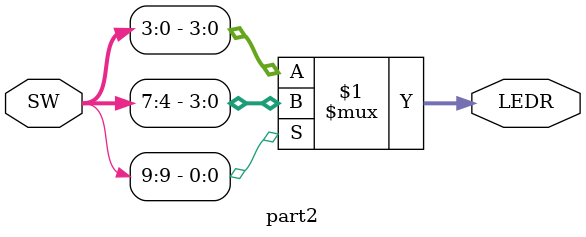
<source format=sv>
/*Perform the steps listed below.
1. Create a new Quartus project for your circuit.

2. Include your Verilog file for the four-bit wide 2-to-1 multiplexer in your project. Use switch SW9 as the s
input, switches SW3−0 as the X input and SW7−4 as the Y input. Display the value of the input s on LEDR9,

connect the output M to LEDR3−0, and connect the unused LEDR lights to the constant value 0.
3. Include in your project the required pin assignments for your DE-series board. As discussed in Part I, these
assignments ensure that the ports of your Verilog code will use the pins on the FPGA chip that are connected
to the SW switches and LEDR lights.

4. Compile the project, and then download the resulting circuit into the FPGA chip. Test the functionality of
the four-bit wide 2-to-1 multiplexer by toggling the switches and observing the LEDs.*/



module part2(SW, LEDR);

	input [9:0]SW;
	output [3:0]LEDR;
	
	assign LEDR[3:0] = SW[9]? SW[7:4] : SW[3:0];
	
endmodule

</source>
